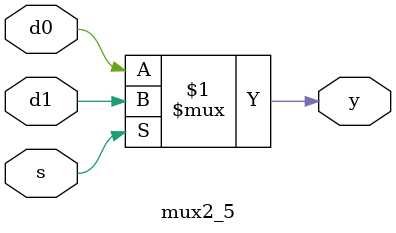
<source format=v>
module mux2_5(
				input d0, 
				input d1,  
				input s, 
				output y);
		assign y = (s) ? d1 : d0;
	endmodule
</source>
